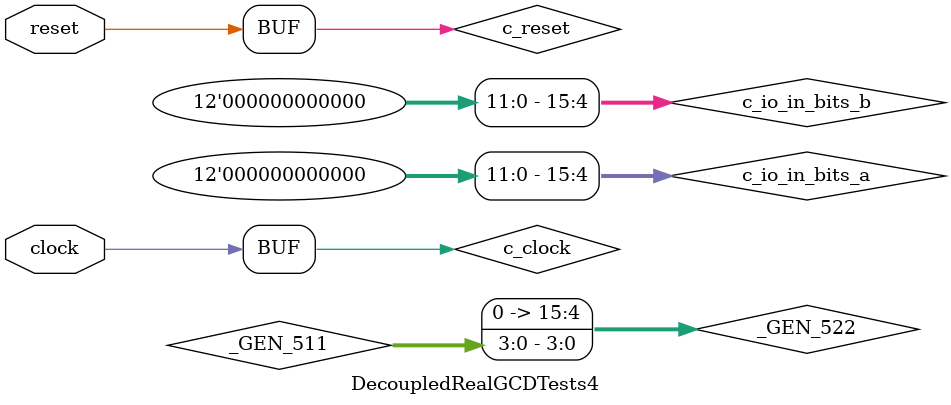
<source format=v>
module RealGCD(
  input         clock,
  input         reset,
  output        io_in_ready,
  input         io_in_valid,
  input  [15:0] io_in_bits_a,
  input  [15:0] io_in_bits_b,
  output        io_out_valid,
  output [15:0] io_out_bits
);
`ifdef RANDOMIZE_REG_INIT
  reg [31:0] _RAND_0;
  reg [31:0] _RAND_1;
  reg [31:0] _RAND_2;
  reg [31:0] _RAND_3;
`endif // RANDOMIZE_REG_INIT
  reg [15:0] x; // @[RealGCD.scala 37:14]
  reg [15:0] y; // @[RealGCD.scala 38:14]
  reg  p; // @[RealGCD.scala 39:18]
  reg [15:0] ti; // @[RealGCD.scala 41:19]
  wire [15:0] _T_21 = ti + 16'h1; // @[RealGCD.scala 42:12]
  wire  _T_23 = ~p; // @[RealGCD.scala 44:18]
  wire [15:0] _GEN_0 = io_in_valid & _T_23 ? io_in_bits_a : x; // @[RealGCD.scala 46:28 RealGCD.scala 47:7 RealGCD.scala 37:14]
  wire [15:0] _GEN_1 = io_in_valid & _T_23 ? io_in_bits_b : y; // @[RealGCD.scala 46:28 RealGCD.scala 48:7 RealGCD.scala 38:14]
  wire  _GEN_2 = io_in_valid & _T_23 | p; // @[RealGCD.scala 46:28 RealGCD.scala 49:7 RealGCD.scala 39:18]
  wire  _T_30 = ~(x > y); // @[RealGCD.scala 53:19]
  wire [15:0] _T_33 = y - x; // @[RealGCD.scala 54:30]
  assign io_in_ready = ~p; // @[RealGCD.scala 44:18]
  assign io_out_valid = y == 16'h0 & p; // @[RealGCD.scala 62:29]
  assign io_out_bits = x; // @[RealGCD.scala 61:16]
  always @(posedge clock) begin
    if (p) begin // @[RealGCD.scala 52:12]
      if (x > y) begin // @[RealGCD.scala 53:19]
        x <= y; // @[RealGCD.scala 53:23]
      end else begin
        x <= _GEN_0;
      end
    end else begin
      x <= _GEN_0;
    end
    if (p) begin // @[RealGCD.scala 52:12]
      if (_T_30) begin // @[RealGCD.scala 54:21]
        y <= _T_33; // @[RealGCD.scala 54:25]
      end else if (x > y) begin // @[RealGCD.scala 53:19]
        y <= x; // @[RealGCD.scala 53:31]
      end else begin
        y <= _GEN_1;
      end
    end else begin
      y <= _GEN_1;
    end
    if (reset) begin // @[RealGCD.scala 39:18]
      p <= 1'h0; // @[RealGCD.scala 39:18]
    end else if (io_out_valid) begin // @[RealGCD.scala 63:23]
      p <= 1'h0; // @[RealGCD.scala 64:7]
    end else begin
      p <= _GEN_2;
    end
    if (reset) begin // @[RealGCD.scala 41:19]
      ti <= 16'h0; // @[RealGCD.scala 41:19]
    end else begin
      ti <= _T_21; // @[RealGCD.scala 42:6]
    end
    `ifndef SYNTHESIS
    `ifdef PRINTF_COND
      if (`PRINTF_COND) begin
    `endif
        if (~reset) begin
          $fwrite(32'h80000002,
            "ti %d  x %d y %d  in_ready %d  in_valid %d  out %d  out_ready %d  out_valid %d==============\n",ti,x,y,
            io_in_ready,io_in_valid,io_out_bits,1'h0,io_out_valid); // @[RealGCD.scala 57:9]
        end
    `ifdef PRINTF_COND
      end
    `endif
    `endif // SYNTHESIS
  end
// Register and memory initialization
`ifdef RANDOMIZE_GARBAGE_ASSIGN
`define RANDOMIZE
`endif
`ifdef RANDOMIZE_INVALID_ASSIGN
`define RANDOMIZE
`endif
`ifdef RANDOMIZE_REG_INIT
`define RANDOMIZE
`endif
`ifdef RANDOMIZE_MEM_INIT
`define RANDOMIZE
`endif
`ifndef RANDOM
`define RANDOM $random
`endif
`ifdef RANDOMIZE_MEM_INIT
  integer initvar;
`endif
`ifndef SYNTHESIS
`ifdef FIRRTL_BEFORE_INITIAL
`FIRRTL_BEFORE_INITIAL
`endif
initial begin
  `ifdef RANDOMIZE
    `ifdef INIT_RANDOM
      `INIT_RANDOM
    `endif
    `ifndef VERILATOR
      `ifdef RANDOMIZE_DELAY
        #`RANDOMIZE_DELAY begin end
      `else
        #0.002 begin end
      `endif
    `endif
`ifdef RANDOMIZE_REG_INIT
  _RAND_0 = {1{`RANDOM}};
  x = _RAND_0[15:0];
  _RAND_1 = {1{`RANDOM}};
  y = _RAND_1[15:0];
  _RAND_2 = {1{`RANDOM}};
  p = _RAND_2[0:0];
  _RAND_3 = {1{`RANDOM}};
  ti = _RAND_3[15:0];
`endif // RANDOMIZE_REG_INIT
  `endif // RANDOMIZE
end // initial
`ifdef FIRRTL_AFTER_INITIAL
`FIRRTL_AFTER_INITIAL
`endif
`endif // SYNTHESIS
endmodule
module DecoupledRealGCDTests4(
  input   clock,
  input   reset
);
`ifdef RANDOMIZE_REG_INIT
  reg [31:0] _RAND_0;
  reg [31:0] _RAND_1;
  reg [31:0] _RAND_2;
  reg [31:0] _RAND_3;
  reg [31:0] _RAND_4;
  reg [31:0] _RAND_5;
  reg [31:0] _RAND_6;
`endif // RANDOMIZE_REG_INIT
  wire  c_clock; // @[RealGCD.scala 140:33]
  wire  c_reset; // @[RealGCD.scala 140:33]
  wire  c_io_in_ready; // @[RealGCD.scala 140:33]
  wire  c_io_in_valid; // @[RealGCD.scala 140:33]
  wire [15:0] c_io_in_bits_a; // @[RealGCD.scala 140:33]
  wire [15:0] c_io_in_bits_b; // @[RealGCD.scala 140:33]
  wire  c_io_out_valid; // @[RealGCD.scala 140:33]
  wire [15:0] c_io_out_bits; // @[RealGCD.scala 140:33]
  reg [8:0] _T_4; // @[OrderedDecoupledHWIOTester.scala 374:30]
  reg  _T_7; // @[OrderedDecoupledHWIOTester.scala 375:30]
  reg [8:0] _T_10; // @[OrderedDecoupledHWIOTester.scala 374:30]
  reg  _T_13; // @[OrderedDecoupledHWIOTester.scala 375:30]
  wire  _T_14 = _T_7 & _T_13; // @[OrderedDecoupledHWIOTester.scala 402:42]
  wire  _T_16 = ~reset; // @[OrderedDecoupledHWIOTester.scala 403:13]
  reg [11:0] _T_21; // @[OrderedDecoupledHWIOTester.scala 407:21]
  wire [11:0] _T_24 = _T_21 + 12'h1; // @[OrderedDecoupledHWIOTester.scala 408:14]
  wire  _T_26 = _T_21 > 12'hfa0; // @[OrderedDecoupledHWIOTester.scala 409:13]
  reg [6:0] value; // @[Counter.scala 17:33]
  wire [3:0] _GEN_10 = 7'ha == value ? 4'h2 : 4'h1; // @[OrderedDecoupledHWIOTester.scala 283:14 OrderedDecoupledHWIOTester.scala 283:14]
  wire [3:0] _GEN_11 = 7'hb == value ? 4'h2 : _GEN_10; // @[OrderedDecoupledHWIOTester.scala 283:14 OrderedDecoupledHWIOTester.scala 283:14]
  wire [3:0] _GEN_12 = 7'hc == value ? 4'h2 : _GEN_11; // @[OrderedDecoupledHWIOTester.scala 283:14 OrderedDecoupledHWIOTester.scala 283:14]
  wire [3:0] _GEN_13 = 7'hd == value ? 4'h2 : _GEN_12; // @[OrderedDecoupledHWIOTester.scala 283:14 OrderedDecoupledHWIOTester.scala 283:14]
  wire [3:0] _GEN_14 = 7'he == value ? 4'h2 : _GEN_13; // @[OrderedDecoupledHWIOTester.scala 283:14 OrderedDecoupledHWIOTester.scala 283:14]
  wire [3:0] _GEN_15 = 7'hf == value ? 4'h2 : _GEN_14; // @[OrderedDecoupledHWIOTester.scala 283:14 OrderedDecoupledHWIOTester.scala 283:14]
  wire [3:0] _GEN_16 = 7'h10 == value ? 4'h2 : _GEN_15; // @[OrderedDecoupledHWIOTester.scala 283:14 OrderedDecoupledHWIOTester.scala 283:14]
  wire [3:0] _GEN_17 = 7'h11 == value ? 4'h2 : _GEN_16; // @[OrderedDecoupledHWIOTester.scala 283:14 OrderedDecoupledHWIOTester.scala 283:14]
  wire [3:0] _GEN_18 = 7'h12 == value ? 4'h2 : _GEN_17; // @[OrderedDecoupledHWIOTester.scala 283:14 OrderedDecoupledHWIOTester.scala 283:14]
  wire [3:0] _GEN_19 = 7'h13 == value ? 4'h2 : _GEN_18; // @[OrderedDecoupledHWIOTester.scala 283:14 OrderedDecoupledHWIOTester.scala 283:14]
  wire [3:0] _GEN_20 = 7'h14 == value ? 4'h3 : _GEN_19; // @[OrderedDecoupledHWIOTester.scala 283:14 OrderedDecoupledHWIOTester.scala 283:14]
  wire [3:0] _GEN_21 = 7'h15 == value ? 4'h3 : _GEN_20; // @[OrderedDecoupledHWIOTester.scala 283:14 OrderedDecoupledHWIOTester.scala 283:14]
  wire [3:0] _GEN_22 = 7'h16 == value ? 4'h3 : _GEN_21; // @[OrderedDecoupledHWIOTester.scala 283:14 OrderedDecoupledHWIOTester.scala 283:14]
  wire [3:0] _GEN_23 = 7'h17 == value ? 4'h3 : _GEN_22; // @[OrderedDecoupledHWIOTester.scala 283:14 OrderedDecoupledHWIOTester.scala 283:14]
  wire [3:0] _GEN_24 = 7'h18 == value ? 4'h3 : _GEN_23; // @[OrderedDecoupledHWIOTester.scala 283:14 OrderedDecoupledHWIOTester.scala 283:14]
  wire [3:0] _GEN_25 = 7'h19 == value ? 4'h3 : _GEN_24; // @[OrderedDecoupledHWIOTester.scala 283:14 OrderedDecoupledHWIOTester.scala 283:14]
  wire [3:0] _GEN_26 = 7'h1a == value ? 4'h3 : _GEN_25; // @[OrderedDecoupledHWIOTester.scala 283:14 OrderedDecoupledHWIOTester.scala 283:14]
  wire [3:0] _GEN_27 = 7'h1b == value ? 4'h3 : _GEN_26; // @[OrderedDecoupledHWIOTester.scala 283:14 OrderedDecoupledHWIOTester.scala 283:14]
  wire [3:0] _GEN_28 = 7'h1c == value ? 4'h3 : _GEN_27; // @[OrderedDecoupledHWIOTester.scala 283:14 OrderedDecoupledHWIOTester.scala 283:14]
  wire [3:0] _GEN_29 = 7'h1d == value ? 4'h3 : _GEN_28; // @[OrderedDecoupledHWIOTester.scala 283:14 OrderedDecoupledHWIOTester.scala 283:14]
  wire [3:0] _GEN_30 = 7'h1e == value ? 4'h4 : _GEN_29; // @[OrderedDecoupledHWIOTester.scala 283:14 OrderedDecoupledHWIOTester.scala 283:14]
  wire [3:0] _GEN_31 = 7'h1f == value ? 4'h4 : _GEN_30; // @[OrderedDecoupledHWIOTester.scala 283:14 OrderedDecoupledHWIOTester.scala 283:14]
  wire [3:0] _GEN_32 = 7'h20 == value ? 4'h4 : _GEN_31; // @[OrderedDecoupledHWIOTester.scala 283:14 OrderedDecoupledHWIOTester.scala 283:14]
  wire [3:0] _GEN_33 = 7'h21 == value ? 4'h4 : _GEN_32; // @[OrderedDecoupledHWIOTester.scala 283:14 OrderedDecoupledHWIOTester.scala 283:14]
  wire [3:0] _GEN_34 = 7'h22 == value ? 4'h4 : _GEN_33; // @[OrderedDecoupledHWIOTester.scala 283:14 OrderedDecoupledHWIOTester.scala 283:14]
  wire [3:0] _GEN_35 = 7'h23 == value ? 4'h4 : _GEN_34; // @[OrderedDecoupledHWIOTester.scala 283:14 OrderedDecoupledHWIOTester.scala 283:14]
  wire [3:0] _GEN_36 = 7'h24 == value ? 4'h4 : _GEN_35; // @[OrderedDecoupledHWIOTester.scala 283:14 OrderedDecoupledHWIOTester.scala 283:14]
  wire [3:0] _GEN_37 = 7'h25 == value ? 4'h4 : _GEN_36; // @[OrderedDecoupledHWIOTester.scala 283:14 OrderedDecoupledHWIOTester.scala 283:14]
  wire [3:0] _GEN_38 = 7'h26 == value ? 4'h4 : _GEN_37; // @[OrderedDecoupledHWIOTester.scala 283:14 OrderedDecoupledHWIOTester.scala 283:14]
  wire [3:0] _GEN_39 = 7'h27 == value ? 4'h4 : _GEN_38; // @[OrderedDecoupledHWIOTester.scala 283:14 OrderedDecoupledHWIOTester.scala 283:14]
  wire [3:0] _GEN_40 = 7'h28 == value ? 4'h5 : _GEN_39; // @[OrderedDecoupledHWIOTester.scala 283:14 OrderedDecoupledHWIOTester.scala 283:14]
  wire [3:0] _GEN_41 = 7'h29 == value ? 4'h5 : _GEN_40; // @[OrderedDecoupledHWIOTester.scala 283:14 OrderedDecoupledHWIOTester.scala 283:14]
  wire [3:0] _GEN_42 = 7'h2a == value ? 4'h5 : _GEN_41; // @[OrderedDecoupledHWIOTester.scala 283:14 OrderedDecoupledHWIOTester.scala 283:14]
  wire [3:0] _GEN_43 = 7'h2b == value ? 4'h5 : _GEN_42; // @[OrderedDecoupledHWIOTester.scala 283:14 OrderedDecoupledHWIOTester.scala 283:14]
  wire [3:0] _GEN_44 = 7'h2c == value ? 4'h5 : _GEN_43; // @[OrderedDecoupledHWIOTester.scala 283:14 OrderedDecoupledHWIOTester.scala 283:14]
  wire [3:0] _GEN_45 = 7'h2d == value ? 4'h5 : _GEN_44; // @[OrderedDecoupledHWIOTester.scala 283:14 OrderedDecoupledHWIOTester.scala 283:14]
  wire [3:0] _GEN_46 = 7'h2e == value ? 4'h5 : _GEN_45; // @[OrderedDecoupledHWIOTester.scala 283:14 OrderedDecoupledHWIOTester.scala 283:14]
  wire [3:0] _GEN_47 = 7'h2f == value ? 4'h5 : _GEN_46; // @[OrderedDecoupledHWIOTester.scala 283:14 OrderedDecoupledHWIOTester.scala 283:14]
  wire [3:0] _GEN_48 = 7'h30 == value ? 4'h5 : _GEN_47; // @[OrderedDecoupledHWIOTester.scala 283:14 OrderedDecoupledHWIOTester.scala 283:14]
  wire [3:0] _GEN_49 = 7'h31 == value ? 4'h5 : _GEN_48; // @[OrderedDecoupledHWIOTester.scala 283:14 OrderedDecoupledHWIOTester.scala 283:14]
  wire [3:0] _GEN_50 = 7'h32 == value ? 4'h6 : _GEN_49; // @[OrderedDecoupledHWIOTester.scala 283:14 OrderedDecoupledHWIOTester.scala 283:14]
  wire [3:0] _GEN_51 = 7'h33 == value ? 4'h6 : _GEN_50; // @[OrderedDecoupledHWIOTester.scala 283:14 OrderedDecoupledHWIOTester.scala 283:14]
  wire [3:0] _GEN_52 = 7'h34 == value ? 4'h6 : _GEN_51; // @[OrderedDecoupledHWIOTester.scala 283:14 OrderedDecoupledHWIOTester.scala 283:14]
  wire [3:0] _GEN_53 = 7'h35 == value ? 4'h6 : _GEN_52; // @[OrderedDecoupledHWIOTester.scala 283:14 OrderedDecoupledHWIOTester.scala 283:14]
  wire [3:0] _GEN_54 = 7'h36 == value ? 4'h6 : _GEN_53; // @[OrderedDecoupledHWIOTester.scala 283:14 OrderedDecoupledHWIOTester.scala 283:14]
  wire [3:0] _GEN_55 = 7'h37 == value ? 4'h6 : _GEN_54; // @[OrderedDecoupledHWIOTester.scala 283:14 OrderedDecoupledHWIOTester.scala 283:14]
  wire [3:0] _GEN_56 = 7'h38 == value ? 4'h6 : _GEN_55; // @[OrderedDecoupledHWIOTester.scala 283:14 OrderedDecoupledHWIOTester.scala 283:14]
  wire [3:0] _GEN_57 = 7'h39 == value ? 4'h6 : _GEN_56; // @[OrderedDecoupledHWIOTester.scala 283:14 OrderedDecoupledHWIOTester.scala 283:14]
  wire [3:0] _GEN_58 = 7'h3a == value ? 4'h6 : _GEN_57; // @[OrderedDecoupledHWIOTester.scala 283:14 OrderedDecoupledHWIOTester.scala 283:14]
  wire [3:0] _GEN_59 = 7'h3b == value ? 4'h6 : _GEN_58; // @[OrderedDecoupledHWIOTester.scala 283:14 OrderedDecoupledHWIOTester.scala 283:14]
  wire [3:0] _GEN_60 = 7'h3c == value ? 4'h7 : _GEN_59; // @[OrderedDecoupledHWIOTester.scala 283:14 OrderedDecoupledHWIOTester.scala 283:14]
  wire [3:0] _GEN_61 = 7'h3d == value ? 4'h7 : _GEN_60; // @[OrderedDecoupledHWIOTester.scala 283:14 OrderedDecoupledHWIOTester.scala 283:14]
  wire [3:0] _GEN_62 = 7'h3e == value ? 4'h7 : _GEN_61; // @[OrderedDecoupledHWIOTester.scala 283:14 OrderedDecoupledHWIOTester.scala 283:14]
  wire [3:0] _GEN_63 = 7'h3f == value ? 4'h7 : _GEN_62; // @[OrderedDecoupledHWIOTester.scala 283:14 OrderedDecoupledHWIOTester.scala 283:14]
  wire [3:0] _GEN_64 = 7'h40 == value ? 4'h7 : _GEN_63; // @[OrderedDecoupledHWIOTester.scala 283:14 OrderedDecoupledHWIOTester.scala 283:14]
  wire [3:0] _GEN_65 = 7'h41 == value ? 4'h7 : _GEN_64; // @[OrderedDecoupledHWIOTester.scala 283:14 OrderedDecoupledHWIOTester.scala 283:14]
  wire [3:0] _GEN_66 = 7'h42 == value ? 4'h7 : _GEN_65; // @[OrderedDecoupledHWIOTester.scala 283:14 OrderedDecoupledHWIOTester.scala 283:14]
  wire [3:0] _GEN_67 = 7'h43 == value ? 4'h7 : _GEN_66; // @[OrderedDecoupledHWIOTester.scala 283:14 OrderedDecoupledHWIOTester.scala 283:14]
  wire [3:0] _GEN_68 = 7'h44 == value ? 4'h7 : _GEN_67; // @[OrderedDecoupledHWIOTester.scala 283:14 OrderedDecoupledHWIOTester.scala 283:14]
  wire [3:0] _GEN_69 = 7'h45 == value ? 4'h7 : _GEN_68; // @[OrderedDecoupledHWIOTester.scala 283:14 OrderedDecoupledHWIOTester.scala 283:14]
  wire [3:0] _GEN_70 = 7'h46 == value ? 4'h8 : _GEN_69; // @[OrderedDecoupledHWIOTester.scala 283:14 OrderedDecoupledHWIOTester.scala 283:14]
  wire [3:0] _GEN_71 = 7'h47 == value ? 4'h8 : _GEN_70; // @[OrderedDecoupledHWIOTester.scala 283:14 OrderedDecoupledHWIOTester.scala 283:14]
  wire [3:0] _GEN_72 = 7'h48 == value ? 4'h8 : _GEN_71; // @[OrderedDecoupledHWIOTester.scala 283:14 OrderedDecoupledHWIOTester.scala 283:14]
  wire [3:0] _GEN_73 = 7'h49 == value ? 4'h8 : _GEN_72; // @[OrderedDecoupledHWIOTester.scala 283:14 OrderedDecoupledHWIOTester.scala 283:14]
  wire [3:0] _GEN_74 = 7'h4a == value ? 4'h8 : _GEN_73; // @[OrderedDecoupledHWIOTester.scala 283:14 OrderedDecoupledHWIOTester.scala 283:14]
  wire [3:0] _GEN_75 = 7'h4b == value ? 4'h8 : _GEN_74; // @[OrderedDecoupledHWIOTester.scala 283:14 OrderedDecoupledHWIOTester.scala 283:14]
  wire [3:0] _GEN_76 = 7'h4c == value ? 4'h8 : _GEN_75; // @[OrderedDecoupledHWIOTester.scala 283:14 OrderedDecoupledHWIOTester.scala 283:14]
  wire [3:0] _GEN_77 = 7'h4d == value ? 4'h8 : _GEN_76; // @[OrderedDecoupledHWIOTester.scala 283:14 OrderedDecoupledHWIOTester.scala 283:14]
  wire [3:0] _GEN_78 = 7'h4e == value ? 4'h8 : _GEN_77; // @[OrderedDecoupledHWIOTester.scala 283:14 OrderedDecoupledHWIOTester.scala 283:14]
  wire [3:0] _GEN_79 = 7'h4f == value ? 4'h8 : _GEN_78; // @[OrderedDecoupledHWIOTester.scala 283:14 OrderedDecoupledHWIOTester.scala 283:14]
  wire [3:0] _GEN_80 = 7'h50 == value ? 4'h9 : _GEN_79; // @[OrderedDecoupledHWIOTester.scala 283:14 OrderedDecoupledHWIOTester.scala 283:14]
  wire [3:0] _GEN_81 = 7'h51 == value ? 4'h9 : _GEN_80; // @[OrderedDecoupledHWIOTester.scala 283:14 OrderedDecoupledHWIOTester.scala 283:14]
  wire [3:0] _GEN_82 = 7'h52 == value ? 4'h9 : _GEN_81; // @[OrderedDecoupledHWIOTester.scala 283:14 OrderedDecoupledHWIOTester.scala 283:14]
  wire [3:0] _GEN_83 = 7'h53 == value ? 4'h9 : _GEN_82; // @[OrderedDecoupledHWIOTester.scala 283:14 OrderedDecoupledHWIOTester.scala 283:14]
  wire [3:0] _GEN_84 = 7'h54 == value ? 4'h9 : _GEN_83; // @[OrderedDecoupledHWIOTester.scala 283:14 OrderedDecoupledHWIOTester.scala 283:14]
  wire [3:0] _GEN_85 = 7'h55 == value ? 4'h9 : _GEN_84; // @[OrderedDecoupledHWIOTester.scala 283:14 OrderedDecoupledHWIOTester.scala 283:14]
  wire [3:0] _GEN_86 = 7'h56 == value ? 4'h9 : _GEN_85; // @[OrderedDecoupledHWIOTester.scala 283:14 OrderedDecoupledHWIOTester.scala 283:14]
  wire [3:0] _GEN_87 = 7'h57 == value ? 4'h9 : _GEN_86; // @[OrderedDecoupledHWIOTester.scala 283:14 OrderedDecoupledHWIOTester.scala 283:14]
  wire [3:0] _GEN_88 = 7'h58 == value ? 4'h9 : _GEN_87; // @[OrderedDecoupledHWIOTester.scala 283:14 OrderedDecoupledHWIOTester.scala 283:14]
  wire [3:0] _GEN_89 = 7'h59 == value ? 4'h9 : _GEN_88; // @[OrderedDecoupledHWIOTester.scala 283:14 OrderedDecoupledHWIOTester.scala 283:14]
  wire [3:0] _GEN_90 = 7'h5a == value ? 4'ha : _GEN_89; // @[OrderedDecoupledHWIOTester.scala 283:14 OrderedDecoupledHWIOTester.scala 283:14]
  wire [3:0] _GEN_91 = 7'h5b == value ? 4'ha : _GEN_90; // @[OrderedDecoupledHWIOTester.scala 283:14 OrderedDecoupledHWIOTester.scala 283:14]
  wire [3:0] _GEN_92 = 7'h5c == value ? 4'ha : _GEN_91; // @[OrderedDecoupledHWIOTester.scala 283:14 OrderedDecoupledHWIOTester.scala 283:14]
  wire [3:0] _GEN_93 = 7'h5d == value ? 4'ha : _GEN_92; // @[OrderedDecoupledHWIOTester.scala 283:14 OrderedDecoupledHWIOTester.scala 283:14]
  wire [3:0] _GEN_94 = 7'h5e == value ? 4'ha : _GEN_93; // @[OrderedDecoupledHWIOTester.scala 283:14 OrderedDecoupledHWIOTester.scala 283:14]
  wire [3:0] _GEN_95 = 7'h5f == value ? 4'ha : _GEN_94; // @[OrderedDecoupledHWIOTester.scala 283:14 OrderedDecoupledHWIOTester.scala 283:14]
  wire [3:0] _GEN_96 = 7'h60 == value ? 4'ha : _GEN_95; // @[OrderedDecoupledHWIOTester.scala 283:14 OrderedDecoupledHWIOTester.scala 283:14]
  wire [3:0] _GEN_97 = 7'h61 == value ? 4'ha : _GEN_96; // @[OrderedDecoupledHWIOTester.scala 283:14 OrderedDecoupledHWIOTester.scala 283:14]
  wire [3:0] _GEN_98 = 7'h62 == value ? 4'ha : _GEN_97; // @[OrderedDecoupledHWIOTester.scala 283:14 OrderedDecoupledHWIOTester.scala 283:14]
  wire [3:0] _GEN_99 = 7'h63 == value ? 4'ha : _GEN_98; // @[OrderedDecoupledHWIOTester.scala 283:14 OrderedDecoupledHWIOTester.scala 283:14]
  wire [3:0] _GEN_100 = 7'h64 == value ? 4'h0 : _GEN_99; // @[OrderedDecoupledHWIOTester.scala 283:14 OrderedDecoupledHWIOTester.scala 283:14]
  wire [3:0] _GEN_102 = 7'h1 == value ? 4'h2 : 4'h1; // @[OrderedDecoupledHWIOTester.scala 283:14 OrderedDecoupledHWIOTester.scala 283:14]
  wire [3:0] _GEN_103 = 7'h2 == value ? 4'h3 : _GEN_102; // @[OrderedDecoupledHWIOTester.scala 283:14 OrderedDecoupledHWIOTester.scala 283:14]
  wire [3:0] _GEN_104 = 7'h3 == value ? 4'h4 : _GEN_103; // @[OrderedDecoupledHWIOTester.scala 283:14 OrderedDecoupledHWIOTester.scala 283:14]
  wire [3:0] _GEN_105 = 7'h4 == value ? 4'h5 : _GEN_104; // @[OrderedDecoupledHWIOTester.scala 283:14 OrderedDecoupledHWIOTester.scala 283:14]
  wire [3:0] _GEN_106 = 7'h5 == value ? 4'h6 : _GEN_105; // @[OrderedDecoupledHWIOTester.scala 283:14 OrderedDecoupledHWIOTester.scala 283:14]
  wire [3:0] _GEN_107 = 7'h6 == value ? 4'h7 : _GEN_106; // @[OrderedDecoupledHWIOTester.scala 283:14 OrderedDecoupledHWIOTester.scala 283:14]
  wire [3:0] _GEN_108 = 7'h7 == value ? 4'h8 : _GEN_107; // @[OrderedDecoupledHWIOTester.scala 283:14 OrderedDecoupledHWIOTester.scala 283:14]
  wire [3:0] _GEN_109 = 7'h8 == value ? 4'h9 : _GEN_108; // @[OrderedDecoupledHWIOTester.scala 283:14 OrderedDecoupledHWIOTester.scala 283:14]
  wire [3:0] _GEN_110 = 7'h9 == value ? 4'ha : _GEN_109; // @[OrderedDecoupledHWIOTester.scala 283:14 OrderedDecoupledHWIOTester.scala 283:14]
  wire [3:0] _GEN_111 = 7'ha == value ? 4'h1 : _GEN_110; // @[OrderedDecoupledHWIOTester.scala 283:14 OrderedDecoupledHWIOTester.scala 283:14]
  wire [3:0] _GEN_112 = 7'hb == value ? 4'h2 : _GEN_111; // @[OrderedDecoupledHWIOTester.scala 283:14 OrderedDecoupledHWIOTester.scala 283:14]
  wire [3:0] _GEN_113 = 7'hc == value ? 4'h3 : _GEN_112; // @[OrderedDecoupledHWIOTester.scala 283:14 OrderedDecoupledHWIOTester.scala 283:14]
  wire [3:0] _GEN_114 = 7'hd == value ? 4'h4 : _GEN_113; // @[OrderedDecoupledHWIOTester.scala 283:14 OrderedDecoupledHWIOTester.scala 283:14]
  wire [3:0] _GEN_115 = 7'he == value ? 4'h5 : _GEN_114; // @[OrderedDecoupledHWIOTester.scala 283:14 OrderedDecoupledHWIOTester.scala 283:14]
  wire [3:0] _GEN_116 = 7'hf == value ? 4'h6 : _GEN_115; // @[OrderedDecoupledHWIOTester.scala 283:14 OrderedDecoupledHWIOTester.scala 283:14]
  wire [3:0] _GEN_117 = 7'h10 == value ? 4'h7 : _GEN_116; // @[OrderedDecoupledHWIOTester.scala 283:14 OrderedDecoupledHWIOTester.scala 283:14]
  wire [3:0] _GEN_118 = 7'h11 == value ? 4'h8 : _GEN_117; // @[OrderedDecoupledHWIOTester.scala 283:14 OrderedDecoupledHWIOTester.scala 283:14]
  wire [3:0] _GEN_119 = 7'h12 == value ? 4'h9 : _GEN_118; // @[OrderedDecoupledHWIOTester.scala 283:14 OrderedDecoupledHWIOTester.scala 283:14]
  wire [3:0] _GEN_120 = 7'h13 == value ? 4'ha : _GEN_119; // @[OrderedDecoupledHWIOTester.scala 283:14 OrderedDecoupledHWIOTester.scala 283:14]
  wire [3:0] _GEN_121 = 7'h14 == value ? 4'h1 : _GEN_120; // @[OrderedDecoupledHWIOTester.scala 283:14 OrderedDecoupledHWIOTester.scala 283:14]
  wire [3:0] _GEN_122 = 7'h15 == value ? 4'h2 : _GEN_121; // @[OrderedDecoupledHWIOTester.scala 283:14 OrderedDecoupledHWIOTester.scala 283:14]
  wire [3:0] _GEN_123 = 7'h16 == value ? 4'h3 : _GEN_122; // @[OrderedDecoupledHWIOTester.scala 283:14 OrderedDecoupledHWIOTester.scala 283:14]
  wire [3:0] _GEN_124 = 7'h17 == value ? 4'h4 : _GEN_123; // @[OrderedDecoupledHWIOTester.scala 283:14 OrderedDecoupledHWIOTester.scala 283:14]
  wire [3:0] _GEN_125 = 7'h18 == value ? 4'h5 : _GEN_124; // @[OrderedDecoupledHWIOTester.scala 283:14 OrderedDecoupledHWIOTester.scala 283:14]
  wire [3:0] _GEN_126 = 7'h19 == value ? 4'h6 : _GEN_125; // @[OrderedDecoupledHWIOTester.scala 283:14 OrderedDecoupledHWIOTester.scala 283:14]
  wire [3:0] _GEN_127 = 7'h1a == value ? 4'h7 : _GEN_126; // @[OrderedDecoupledHWIOTester.scala 283:14 OrderedDecoupledHWIOTester.scala 283:14]
  wire [3:0] _GEN_128 = 7'h1b == value ? 4'h8 : _GEN_127; // @[OrderedDecoupledHWIOTester.scala 283:14 OrderedDecoupledHWIOTester.scala 283:14]
  wire [3:0] _GEN_129 = 7'h1c == value ? 4'h9 : _GEN_128; // @[OrderedDecoupledHWIOTester.scala 283:14 OrderedDecoupledHWIOTester.scala 283:14]
  wire [3:0] _GEN_130 = 7'h1d == value ? 4'ha : _GEN_129; // @[OrderedDecoupledHWIOTester.scala 283:14 OrderedDecoupledHWIOTester.scala 283:14]
  wire [3:0] _GEN_131 = 7'h1e == value ? 4'h1 : _GEN_130; // @[OrderedDecoupledHWIOTester.scala 283:14 OrderedDecoupledHWIOTester.scala 283:14]
  wire [3:0] _GEN_132 = 7'h1f == value ? 4'h2 : _GEN_131; // @[OrderedDecoupledHWIOTester.scala 283:14 OrderedDecoupledHWIOTester.scala 283:14]
  wire [3:0] _GEN_133 = 7'h20 == value ? 4'h3 : _GEN_132; // @[OrderedDecoupledHWIOTester.scala 283:14 OrderedDecoupledHWIOTester.scala 283:14]
  wire [3:0] _GEN_134 = 7'h21 == value ? 4'h4 : _GEN_133; // @[OrderedDecoupledHWIOTester.scala 283:14 OrderedDecoupledHWIOTester.scala 283:14]
  wire [3:0] _GEN_135 = 7'h22 == value ? 4'h5 : _GEN_134; // @[OrderedDecoupledHWIOTester.scala 283:14 OrderedDecoupledHWIOTester.scala 283:14]
  wire [3:0] _GEN_136 = 7'h23 == value ? 4'h6 : _GEN_135; // @[OrderedDecoupledHWIOTester.scala 283:14 OrderedDecoupledHWIOTester.scala 283:14]
  wire [3:0] _GEN_137 = 7'h24 == value ? 4'h7 : _GEN_136; // @[OrderedDecoupledHWIOTester.scala 283:14 OrderedDecoupledHWIOTester.scala 283:14]
  wire [3:0] _GEN_138 = 7'h25 == value ? 4'h8 : _GEN_137; // @[OrderedDecoupledHWIOTester.scala 283:14 OrderedDecoupledHWIOTester.scala 283:14]
  wire [3:0] _GEN_139 = 7'h26 == value ? 4'h9 : _GEN_138; // @[OrderedDecoupledHWIOTester.scala 283:14 OrderedDecoupledHWIOTester.scala 283:14]
  wire [3:0] _GEN_140 = 7'h27 == value ? 4'ha : _GEN_139; // @[OrderedDecoupledHWIOTester.scala 283:14 OrderedDecoupledHWIOTester.scala 283:14]
  wire [3:0] _GEN_141 = 7'h28 == value ? 4'h1 : _GEN_140; // @[OrderedDecoupledHWIOTester.scala 283:14 OrderedDecoupledHWIOTester.scala 283:14]
  wire [3:0] _GEN_142 = 7'h29 == value ? 4'h2 : _GEN_141; // @[OrderedDecoupledHWIOTester.scala 283:14 OrderedDecoupledHWIOTester.scala 283:14]
  wire [3:0] _GEN_143 = 7'h2a == value ? 4'h3 : _GEN_142; // @[OrderedDecoupledHWIOTester.scala 283:14 OrderedDecoupledHWIOTester.scala 283:14]
  wire [3:0] _GEN_144 = 7'h2b == value ? 4'h4 : _GEN_143; // @[OrderedDecoupledHWIOTester.scala 283:14 OrderedDecoupledHWIOTester.scala 283:14]
  wire [3:0] _GEN_145 = 7'h2c == value ? 4'h5 : _GEN_144; // @[OrderedDecoupledHWIOTester.scala 283:14 OrderedDecoupledHWIOTester.scala 283:14]
  wire [3:0] _GEN_146 = 7'h2d == value ? 4'h6 : _GEN_145; // @[OrderedDecoupledHWIOTester.scala 283:14 OrderedDecoupledHWIOTester.scala 283:14]
  wire [3:0] _GEN_147 = 7'h2e == value ? 4'h7 : _GEN_146; // @[OrderedDecoupledHWIOTester.scala 283:14 OrderedDecoupledHWIOTester.scala 283:14]
  wire [3:0] _GEN_148 = 7'h2f == value ? 4'h8 : _GEN_147; // @[OrderedDecoupledHWIOTester.scala 283:14 OrderedDecoupledHWIOTester.scala 283:14]
  wire [3:0] _GEN_149 = 7'h30 == value ? 4'h9 : _GEN_148; // @[OrderedDecoupledHWIOTester.scala 283:14 OrderedDecoupledHWIOTester.scala 283:14]
  wire [3:0] _GEN_150 = 7'h31 == value ? 4'ha : _GEN_149; // @[OrderedDecoupledHWIOTester.scala 283:14 OrderedDecoupledHWIOTester.scala 283:14]
  wire [3:0] _GEN_151 = 7'h32 == value ? 4'h1 : _GEN_150; // @[OrderedDecoupledHWIOTester.scala 283:14 OrderedDecoupledHWIOTester.scala 283:14]
  wire [3:0] _GEN_152 = 7'h33 == value ? 4'h2 : _GEN_151; // @[OrderedDecoupledHWIOTester.scala 283:14 OrderedDecoupledHWIOTester.scala 283:14]
  wire [3:0] _GEN_153 = 7'h34 == value ? 4'h3 : _GEN_152; // @[OrderedDecoupledHWIOTester.scala 283:14 OrderedDecoupledHWIOTester.scala 283:14]
  wire [3:0] _GEN_154 = 7'h35 == value ? 4'h4 : _GEN_153; // @[OrderedDecoupledHWIOTester.scala 283:14 OrderedDecoupledHWIOTester.scala 283:14]
  wire [3:0] _GEN_155 = 7'h36 == value ? 4'h5 : _GEN_154; // @[OrderedDecoupledHWIOTester.scala 283:14 OrderedDecoupledHWIOTester.scala 283:14]
  wire [3:0] _GEN_156 = 7'h37 == value ? 4'h6 : _GEN_155; // @[OrderedDecoupledHWIOTester.scala 283:14 OrderedDecoupledHWIOTester.scala 283:14]
  wire [3:0] _GEN_157 = 7'h38 == value ? 4'h7 : _GEN_156; // @[OrderedDecoupledHWIOTester.scala 283:14 OrderedDecoupledHWIOTester.scala 283:14]
  wire [3:0] _GEN_158 = 7'h39 == value ? 4'h8 : _GEN_157; // @[OrderedDecoupledHWIOTester.scala 283:14 OrderedDecoupledHWIOTester.scala 283:14]
  wire [3:0] _GEN_159 = 7'h3a == value ? 4'h9 : _GEN_158; // @[OrderedDecoupledHWIOTester.scala 283:14 OrderedDecoupledHWIOTester.scala 283:14]
  wire [3:0] _GEN_160 = 7'h3b == value ? 4'ha : _GEN_159; // @[OrderedDecoupledHWIOTester.scala 283:14 OrderedDecoupledHWIOTester.scala 283:14]
  wire [3:0] _GEN_161 = 7'h3c == value ? 4'h1 : _GEN_160; // @[OrderedDecoupledHWIOTester.scala 283:14 OrderedDecoupledHWIOTester.scala 283:14]
  wire [3:0] _GEN_162 = 7'h3d == value ? 4'h2 : _GEN_161; // @[OrderedDecoupledHWIOTester.scala 283:14 OrderedDecoupledHWIOTester.scala 283:14]
  wire [3:0] _GEN_163 = 7'h3e == value ? 4'h3 : _GEN_162; // @[OrderedDecoupledHWIOTester.scala 283:14 OrderedDecoupledHWIOTester.scala 283:14]
  wire [3:0] _GEN_164 = 7'h3f == value ? 4'h4 : _GEN_163; // @[OrderedDecoupledHWIOTester.scala 283:14 OrderedDecoupledHWIOTester.scala 283:14]
  wire [3:0] _GEN_165 = 7'h40 == value ? 4'h5 : _GEN_164; // @[OrderedDecoupledHWIOTester.scala 283:14 OrderedDecoupledHWIOTester.scala 283:14]
  wire [3:0] _GEN_166 = 7'h41 == value ? 4'h6 : _GEN_165; // @[OrderedDecoupledHWIOTester.scala 283:14 OrderedDecoupledHWIOTester.scala 283:14]
  wire [3:0] _GEN_167 = 7'h42 == value ? 4'h7 : _GEN_166; // @[OrderedDecoupledHWIOTester.scala 283:14 OrderedDecoupledHWIOTester.scala 283:14]
  wire [3:0] _GEN_168 = 7'h43 == value ? 4'h8 : _GEN_167; // @[OrderedDecoupledHWIOTester.scala 283:14 OrderedDecoupledHWIOTester.scala 283:14]
  wire [3:0] _GEN_169 = 7'h44 == value ? 4'h9 : _GEN_168; // @[OrderedDecoupledHWIOTester.scala 283:14 OrderedDecoupledHWIOTester.scala 283:14]
  wire [3:0] _GEN_170 = 7'h45 == value ? 4'ha : _GEN_169; // @[OrderedDecoupledHWIOTester.scala 283:14 OrderedDecoupledHWIOTester.scala 283:14]
  wire [3:0] _GEN_171 = 7'h46 == value ? 4'h1 : _GEN_170; // @[OrderedDecoupledHWIOTester.scala 283:14 OrderedDecoupledHWIOTester.scala 283:14]
  wire [3:0] _GEN_172 = 7'h47 == value ? 4'h2 : _GEN_171; // @[OrderedDecoupledHWIOTester.scala 283:14 OrderedDecoupledHWIOTester.scala 283:14]
  wire [3:0] _GEN_173 = 7'h48 == value ? 4'h3 : _GEN_172; // @[OrderedDecoupledHWIOTester.scala 283:14 OrderedDecoupledHWIOTester.scala 283:14]
  wire [3:0] _GEN_174 = 7'h49 == value ? 4'h4 : _GEN_173; // @[OrderedDecoupledHWIOTester.scala 283:14 OrderedDecoupledHWIOTester.scala 283:14]
  wire [3:0] _GEN_175 = 7'h4a == value ? 4'h5 : _GEN_174; // @[OrderedDecoupledHWIOTester.scala 283:14 OrderedDecoupledHWIOTester.scala 283:14]
  wire [3:0] _GEN_176 = 7'h4b == value ? 4'h6 : _GEN_175; // @[OrderedDecoupledHWIOTester.scala 283:14 OrderedDecoupledHWIOTester.scala 283:14]
  wire [3:0] _GEN_177 = 7'h4c == value ? 4'h7 : _GEN_176; // @[OrderedDecoupledHWIOTester.scala 283:14 OrderedDecoupledHWIOTester.scala 283:14]
  wire [3:0] _GEN_178 = 7'h4d == value ? 4'h8 : _GEN_177; // @[OrderedDecoupledHWIOTester.scala 283:14 OrderedDecoupledHWIOTester.scala 283:14]
  wire [3:0] _GEN_179 = 7'h4e == value ? 4'h9 : _GEN_178; // @[OrderedDecoupledHWIOTester.scala 283:14 OrderedDecoupledHWIOTester.scala 283:14]
  wire [3:0] _GEN_180 = 7'h4f == value ? 4'ha : _GEN_179; // @[OrderedDecoupledHWIOTester.scala 283:14 OrderedDecoupledHWIOTester.scala 283:14]
  wire [3:0] _GEN_181 = 7'h50 == value ? 4'h1 : _GEN_180; // @[OrderedDecoupledHWIOTester.scala 283:14 OrderedDecoupledHWIOTester.scala 283:14]
  wire [3:0] _GEN_182 = 7'h51 == value ? 4'h2 : _GEN_181; // @[OrderedDecoupledHWIOTester.scala 283:14 OrderedDecoupledHWIOTester.scala 283:14]
  wire [3:0] _GEN_183 = 7'h52 == value ? 4'h3 : _GEN_182; // @[OrderedDecoupledHWIOTester.scala 283:14 OrderedDecoupledHWIOTester.scala 283:14]
  wire [3:0] _GEN_184 = 7'h53 == value ? 4'h4 : _GEN_183; // @[OrderedDecoupledHWIOTester.scala 283:14 OrderedDecoupledHWIOTester.scala 283:14]
  wire [3:0] _GEN_185 = 7'h54 == value ? 4'h5 : _GEN_184; // @[OrderedDecoupledHWIOTester.scala 283:14 OrderedDecoupledHWIOTester.scala 283:14]
  wire [3:0] _GEN_186 = 7'h55 == value ? 4'h6 : _GEN_185; // @[OrderedDecoupledHWIOTester.scala 283:14 OrderedDecoupledHWIOTester.scala 283:14]
  wire [3:0] _GEN_187 = 7'h56 == value ? 4'h7 : _GEN_186; // @[OrderedDecoupledHWIOTester.scala 283:14 OrderedDecoupledHWIOTester.scala 283:14]
  wire [3:0] _GEN_188 = 7'h57 == value ? 4'h8 : _GEN_187; // @[OrderedDecoupledHWIOTester.scala 283:14 OrderedDecoupledHWIOTester.scala 283:14]
  wire [3:0] _GEN_189 = 7'h58 == value ? 4'h9 : _GEN_188; // @[OrderedDecoupledHWIOTester.scala 283:14 OrderedDecoupledHWIOTester.scala 283:14]
  wire [3:0] _GEN_190 = 7'h59 == value ? 4'ha : _GEN_189; // @[OrderedDecoupledHWIOTester.scala 283:14 OrderedDecoupledHWIOTester.scala 283:14]
  wire [3:0] _GEN_191 = 7'h5a == value ? 4'h1 : _GEN_190; // @[OrderedDecoupledHWIOTester.scala 283:14 OrderedDecoupledHWIOTester.scala 283:14]
  wire [3:0] _GEN_192 = 7'h5b == value ? 4'h2 : _GEN_191; // @[OrderedDecoupledHWIOTester.scala 283:14 OrderedDecoupledHWIOTester.scala 283:14]
  wire [3:0] _GEN_193 = 7'h5c == value ? 4'h3 : _GEN_192; // @[OrderedDecoupledHWIOTester.scala 283:14 OrderedDecoupledHWIOTester.scala 283:14]
  wire [3:0] _GEN_194 = 7'h5d == value ? 4'h4 : _GEN_193; // @[OrderedDecoupledHWIOTester.scala 283:14 OrderedDecoupledHWIOTester.scala 283:14]
  wire [3:0] _GEN_195 = 7'h5e == value ? 4'h5 : _GEN_194; // @[OrderedDecoupledHWIOTester.scala 283:14 OrderedDecoupledHWIOTester.scala 283:14]
  wire [3:0] _GEN_196 = 7'h5f == value ? 4'h6 : _GEN_195; // @[OrderedDecoupledHWIOTester.scala 283:14 OrderedDecoupledHWIOTester.scala 283:14]
  wire [3:0] _GEN_197 = 7'h60 == value ? 4'h7 : _GEN_196; // @[OrderedDecoupledHWIOTester.scala 283:14 OrderedDecoupledHWIOTester.scala 283:14]
  wire [3:0] _GEN_198 = 7'h61 == value ? 4'h8 : _GEN_197; // @[OrderedDecoupledHWIOTester.scala 283:14 OrderedDecoupledHWIOTester.scala 283:14]
  wire [3:0] _GEN_199 = 7'h62 == value ? 4'h9 : _GEN_198; // @[OrderedDecoupledHWIOTester.scala 283:14 OrderedDecoupledHWIOTester.scala 283:14]
  wire [3:0] _GEN_200 = 7'h63 == value ? 4'ha : _GEN_199; // @[OrderedDecoupledHWIOTester.scala 283:14 OrderedDecoupledHWIOTester.scala 283:14]
  wire [3:0] _GEN_201 = 7'h64 == value ? 4'h0 : _GEN_200; // @[OrderedDecoupledHWIOTester.scala 283:14 OrderedDecoupledHWIOTester.scala 283:14]
  wire  _T_661 = value == 7'h63; // @[Counter.scala 25:24]
  wire [6:0] _T_664 = value + 7'h1; // @[Counter.scala 26:22]
  wire  _GEN_304 = _T_4 == 9'h63 | _T_7; // @[OrderedDecoupledHWIOTester.scala 381:48 OrderedDecoupledHWIOTester.scala 382:23 OrderedDecoupledHWIOTester.scala 375:30]
  wire [8:0] _T_673 = _T_4 + 9'h1; // @[OrderedDecoupledHWIOTester.scala 384:28]
  reg [6:0] value_1; // @[Counter.scala 17:33]
  wire  _GEN_410 = 7'h64 == _T_10[6:0] ? 1'h0 : 1'h1; // @[OrderedDecoupledHWIOTester.scala 354:50 OrderedDecoupledHWIOTester.scala 354:50]
  wire [3:0] _GEN_422 = 7'hb == value_1 ? 4'h2 : 4'h1; // @[OrderedDecoupledHWIOTester.scala 357:19 OrderedDecoupledHWIOTester.scala 357:19]
  wire [3:0] _GEN_423 = 7'hc == value_1 ? 4'h1 : _GEN_422; // @[OrderedDecoupledHWIOTester.scala 357:19 OrderedDecoupledHWIOTester.scala 357:19]
  wire [3:0] _GEN_424 = 7'hd == value_1 ? 4'h2 : _GEN_423; // @[OrderedDecoupledHWIOTester.scala 357:19 OrderedDecoupledHWIOTester.scala 357:19]
  wire [3:0] _GEN_425 = 7'he == value_1 ? 4'h1 : _GEN_424; // @[OrderedDecoupledHWIOTester.scala 357:19 OrderedDecoupledHWIOTester.scala 357:19]
  wire [3:0] _GEN_426 = 7'hf == value_1 ? 4'h2 : _GEN_425; // @[OrderedDecoupledHWIOTester.scala 357:19 OrderedDecoupledHWIOTester.scala 357:19]
  wire [3:0] _GEN_427 = 7'h10 == value_1 ? 4'h1 : _GEN_426; // @[OrderedDecoupledHWIOTester.scala 357:19 OrderedDecoupledHWIOTester.scala 357:19]
  wire [3:0] _GEN_428 = 7'h11 == value_1 ? 4'h2 : _GEN_427; // @[OrderedDecoupledHWIOTester.scala 357:19 OrderedDecoupledHWIOTester.scala 357:19]
  wire [3:0] _GEN_429 = 7'h12 == value_1 ? 4'h1 : _GEN_428; // @[OrderedDecoupledHWIOTester.scala 357:19 OrderedDecoupledHWIOTester.scala 357:19]
  wire [3:0] _GEN_430 = 7'h13 == value_1 ? 4'h2 : _GEN_429; // @[OrderedDecoupledHWIOTester.scala 357:19 OrderedDecoupledHWIOTester.scala 357:19]
  wire [3:0] _GEN_431 = 7'h14 == value_1 ? 4'h1 : _GEN_430; // @[OrderedDecoupledHWIOTester.scala 357:19 OrderedDecoupledHWIOTester.scala 357:19]
  wire [3:0] _GEN_432 = 7'h15 == value_1 ? 4'h1 : _GEN_431; // @[OrderedDecoupledHWIOTester.scala 357:19 OrderedDecoupledHWIOTester.scala 357:19]
  wire [3:0] _GEN_433 = 7'h16 == value_1 ? 4'h3 : _GEN_432; // @[OrderedDecoupledHWIOTester.scala 357:19 OrderedDecoupledHWIOTester.scala 357:19]
  wire [3:0] _GEN_434 = 7'h17 == value_1 ? 4'h1 : _GEN_433; // @[OrderedDecoupledHWIOTester.scala 357:19 OrderedDecoupledHWIOTester.scala 357:19]
  wire [3:0] _GEN_435 = 7'h18 == value_1 ? 4'h1 : _GEN_434; // @[OrderedDecoupledHWIOTester.scala 357:19 OrderedDecoupledHWIOTester.scala 357:19]
  wire [3:0] _GEN_436 = 7'h19 == value_1 ? 4'h3 : _GEN_435; // @[OrderedDecoupledHWIOTester.scala 357:19 OrderedDecoupledHWIOTester.scala 357:19]
  wire [3:0] _GEN_437 = 7'h1a == value_1 ? 4'h1 : _GEN_436; // @[OrderedDecoupledHWIOTester.scala 357:19 OrderedDecoupledHWIOTester.scala 357:19]
  wire [3:0] _GEN_438 = 7'h1b == value_1 ? 4'h1 : _GEN_437; // @[OrderedDecoupledHWIOTester.scala 357:19 OrderedDecoupledHWIOTester.scala 357:19]
  wire [3:0] _GEN_439 = 7'h1c == value_1 ? 4'h3 : _GEN_438; // @[OrderedDecoupledHWIOTester.scala 357:19 OrderedDecoupledHWIOTester.scala 357:19]
  wire [3:0] _GEN_440 = 7'h1d == value_1 ? 4'h1 : _GEN_439; // @[OrderedDecoupledHWIOTester.scala 357:19 OrderedDecoupledHWIOTester.scala 357:19]
  wire [3:0] _GEN_441 = 7'h1e == value_1 ? 4'h1 : _GEN_440; // @[OrderedDecoupledHWIOTester.scala 357:19 OrderedDecoupledHWIOTester.scala 357:19]
  wire [3:0] _GEN_442 = 7'h1f == value_1 ? 4'h2 : _GEN_441; // @[OrderedDecoupledHWIOTester.scala 357:19 OrderedDecoupledHWIOTester.scala 357:19]
  wire [3:0] _GEN_443 = 7'h20 == value_1 ? 4'h1 : _GEN_442; // @[OrderedDecoupledHWIOTester.scala 357:19 OrderedDecoupledHWIOTester.scala 357:19]
  wire [3:0] _GEN_444 = 7'h21 == value_1 ? 4'h4 : _GEN_443; // @[OrderedDecoupledHWIOTester.scala 357:19 OrderedDecoupledHWIOTester.scala 357:19]
  wire [3:0] _GEN_445 = 7'h22 == value_1 ? 4'h1 : _GEN_444; // @[OrderedDecoupledHWIOTester.scala 357:19 OrderedDecoupledHWIOTester.scala 357:19]
  wire [3:0] _GEN_446 = 7'h23 == value_1 ? 4'h2 : _GEN_445; // @[OrderedDecoupledHWIOTester.scala 357:19 OrderedDecoupledHWIOTester.scala 357:19]
  wire [3:0] _GEN_447 = 7'h24 == value_1 ? 4'h1 : _GEN_446; // @[OrderedDecoupledHWIOTester.scala 357:19 OrderedDecoupledHWIOTester.scala 357:19]
  wire [3:0] _GEN_448 = 7'h25 == value_1 ? 4'h4 : _GEN_447; // @[OrderedDecoupledHWIOTester.scala 357:19 OrderedDecoupledHWIOTester.scala 357:19]
  wire [3:0] _GEN_449 = 7'h26 == value_1 ? 4'h1 : _GEN_448; // @[OrderedDecoupledHWIOTester.scala 357:19 OrderedDecoupledHWIOTester.scala 357:19]
  wire [3:0] _GEN_450 = 7'h27 == value_1 ? 4'h2 : _GEN_449; // @[OrderedDecoupledHWIOTester.scala 357:19 OrderedDecoupledHWIOTester.scala 357:19]
  wire [3:0] _GEN_451 = 7'h28 == value_1 ? 4'h1 : _GEN_450; // @[OrderedDecoupledHWIOTester.scala 357:19 OrderedDecoupledHWIOTester.scala 357:19]
  wire [3:0] _GEN_452 = 7'h29 == value_1 ? 4'h1 : _GEN_451; // @[OrderedDecoupledHWIOTester.scala 357:19 OrderedDecoupledHWIOTester.scala 357:19]
  wire [3:0] _GEN_453 = 7'h2a == value_1 ? 4'h1 : _GEN_452; // @[OrderedDecoupledHWIOTester.scala 357:19 OrderedDecoupledHWIOTester.scala 357:19]
  wire [3:0] _GEN_454 = 7'h2b == value_1 ? 4'h1 : _GEN_453; // @[OrderedDecoupledHWIOTester.scala 357:19 OrderedDecoupledHWIOTester.scala 357:19]
  wire [3:0] _GEN_455 = 7'h2c == value_1 ? 4'h5 : _GEN_454; // @[OrderedDecoupledHWIOTester.scala 357:19 OrderedDecoupledHWIOTester.scala 357:19]
  wire [3:0] _GEN_456 = 7'h2d == value_1 ? 4'h1 : _GEN_455; // @[OrderedDecoupledHWIOTester.scala 357:19 OrderedDecoupledHWIOTester.scala 357:19]
  wire [3:0] _GEN_457 = 7'h2e == value_1 ? 4'h1 : _GEN_456; // @[OrderedDecoupledHWIOTester.scala 357:19 OrderedDecoupledHWIOTester.scala 357:19]
  wire [3:0] _GEN_458 = 7'h2f == value_1 ? 4'h1 : _GEN_457; // @[OrderedDecoupledHWIOTester.scala 357:19 OrderedDecoupledHWIOTester.scala 357:19]
  wire [3:0] _GEN_459 = 7'h30 == value_1 ? 4'h1 : _GEN_458; // @[OrderedDecoupledHWIOTester.scala 357:19 OrderedDecoupledHWIOTester.scala 357:19]
  wire [3:0] _GEN_460 = 7'h31 == value_1 ? 4'h5 : _GEN_459; // @[OrderedDecoupledHWIOTester.scala 357:19 OrderedDecoupledHWIOTester.scala 357:19]
  wire [3:0] _GEN_461 = 7'h32 == value_1 ? 4'h1 : _GEN_460; // @[OrderedDecoupledHWIOTester.scala 357:19 OrderedDecoupledHWIOTester.scala 357:19]
  wire [3:0] _GEN_462 = 7'h33 == value_1 ? 4'h2 : _GEN_461; // @[OrderedDecoupledHWIOTester.scala 357:19 OrderedDecoupledHWIOTester.scala 357:19]
  wire [3:0] _GEN_463 = 7'h34 == value_1 ? 4'h3 : _GEN_462; // @[OrderedDecoupledHWIOTester.scala 357:19 OrderedDecoupledHWIOTester.scala 357:19]
  wire [3:0] _GEN_464 = 7'h35 == value_1 ? 4'h2 : _GEN_463; // @[OrderedDecoupledHWIOTester.scala 357:19 OrderedDecoupledHWIOTester.scala 357:19]
  wire [3:0] _GEN_465 = 7'h36 == value_1 ? 4'h1 : _GEN_464; // @[OrderedDecoupledHWIOTester.scala 357:19 OrderedDecoupledHWIOTester.scala 357:19]
  wire [3:0] _GEN_466 = 7'h37 == value_1 ? 4'h6 : _GEN_465; // @[OrderedDecoupledHWIOTester.scala 357:19 OrderedDecoupledHWIOTester.scala 357:19]
  wire [3:0] _GEN_467 = 7'h38 == value_1 ? 4'h1 : _GEN_466; // @[OrderedDecoupledHWIOTester.scala 357:19 OrderedDecoupledHWIOTester.scala 357:19]
  wire [3:0] _GEN_468 = 7'h39 == value_1 ? 4'h2 : _GEN_467; // @[OrderedDecoupledHWIOTester.scala 357:19 OrderedDecoupledHWIOTester.scala 357:19]
  wire [3:0] _GEN_469 = 7'h3a == value_1 ? 4'h3 : _GEN_468; // @[OrderedDecoupledHWIOTester.scala 357:19 OrderedDecoupledHWIOTester.scala 357:19]
  wire [3:0] _GEN_470 = 7'h3b == value_1 ? 4'h2 : _GEN_469; // @[OrderedDecoupledHWIOTester.scala 357:19 OrderedDecoupledHWIOTester.scala 357:19]
  wire [3:0] _GEN_471 = 7'h3c == value_1 ? 4'h1 : _GEN_470; // @[OrderedDecoupledHWIOTester.scala 357:19 OrderedDecoupledHWIOTester.scala 357:19]
  wire [3:0] _GEN_472 = 7'h3d == value_1 ? 4'h1 : _GEN_471; // @[OrderedDecoupledHWIOTester.scala 357:19 OrderedDecoupledHWIOTester.scala 357:19]
  wire [3:0] _GEN_473 = 7'h3e == value_1 ? 4'h1 : _GEN_472; // @[OrderedDecoupledHWIOTester.scala 357:19 OrderedDecoupledHWIOTester.scala 357:19]
  wire [3:0] _GEN_474 = 7'h3f == value_1 ? 4'h1 : _GEN_473; // @[OrderedDecoupledHWIOTester.scala 357:19 OrderedDecoupledHWIOTester.scala 357:19]
  wire [3:0] _GEN_475 = 7'h40 == value_1 ? 4'h1 : _GEN_474; // @[OrderedDecoupledHWIOTester.scala 357:19 OrderedDecoupledHWIOTester.scala 357:19]
  wire [3:0] _GEN_476 = 7'h41 == value_1 ? 4'h1 : _GEN_475; // @[OrderedDecoupledHWIOTester.scala 357:19 OrderedDecoupledHWIOTester.scala 357:19]
  wire [3:0] _GEN_477 = 7'h42 == value_1 ? 4'h7 : _GEN_476; // @[OrderedDecoupledHWIOTester.scala 357:19 OrderedDecoupledHWIOTester.scala 357:19]
  wire [3:0] _GEN_478 = 7'h43 == value_1 ? 4'h1 : _GEN_477; // @[OrderedDecoupledHWIOTester.scala 357:19 OrderedDecoupledHWIOTester.scala 357:19]
  wire [3:0] _GEN_479 = 7'h44 == value_1 ? 4'h1 : _GEN_478; // @[OrderedDecoupledHWIOTester.scala 357:19 OrderedDecoupledHWIOTester.scala 357:19]
  wire [3:0] _GEN_480 = 7'h45 == value_1 ? 4'h1 : _GEN_479; // @[OrderedDecoupledHWIOTester.scala 357:19 OrderedDecoupledHWIOTester.scala 357:19]
  wire [3:0] _GEN_481 = 7'h46 == value_1 ? 4'h1 : _GEN_480; // @[OrderedDecoupledHWIOTester.scala 357:19 OrderedDecoupledHWIOTester.scala 357:19]
  wire [3:0] _GEN_482 = 7'h47 == value_1 ? 4'h2 : _GEN_481; // @[OrderedDecoupledHWIOTester.scala 357:19 OrderedDecoupledHWIOTester.scala 357:19]
  wire [3:0] _GEN_483 = 7'h48 == value_1 ? 4'h1 : _GEN_482; // @[OrderedDecoupledHWIOTester.scala 357:19 OrderedDecoupledHWIOTester.scala 357:19]
  wire [3:0] _GEN_484 = 7'h49 == value_1 ? 4'h4 : _GEN_483; // @[OrderedDecoupledHWIOTester.scala 357:19 OrderedDecoupledHWIOTester.scala 357:19]
  wire [3:0] _GEN_485 = 7'h4a == value_1 ? 4'h1 : _GEN_484; // @[OrderedDecoupledHWIOTester.scala 357:19 OrderedDecoupledHWIOTester.scala 357:19]
  wire [3:0] _GEN_486 = 7'h4b == value_1 ? 4'h2 : _GEN_485; // @[OrderedDecoupledHWIOTester.scala 357:19 OrderedDecoupledHWIOTester.scala 357:19]
  wire [3:0] _GEN_487 = 7'h4c == value_1 ? 4'h1 : _GEN_486; // @[OrderedDecoupledHWIOTester.scala 357:19 OrderedDecoupledHWIOTester.scala 357:19]
  wire [3:0] _GEN_488 = 7'h4d == value_1 ? 4'h8 : _GEN_487; // @[OrderedDecoupledHWIOTester.scala 357:19 OrderedDecoupledHWIOTester.scala 357:19]
  wire [3:0] _GEN_489 = 7'h4e == value_1 ? 4'h1 : _GEN_488; // @[OrderedDecoupledHWIOTester.scala 357:19 OrderedDecoupledHWIOTester.scala 357:19]
  wire [3:0] _GEN_490 = 7'h4f == value_1 ? 4'h2 : _GEN_489; // @[OrderedDecoupledHWIOTester.scala 357:19 OrderedDecoupledHWIOTester.scala 357:19]
  wire [3:0] _GEN_491 = 7'h50 == value_1 ? 4'h1 : _GEN_490; // @[OrderedDecoupledHWIOTester.scala 357:19 OrderedDecoupledHWIOTester.scala 357:19]
  wire [3:0] _GEN_492 = 7'h51 == value_1 ? 4'h1 : _GEN_491; // @[OrderedDecoupledHWIOTester.scala 357:19 OrderedDecoupledHWIOTester.scala 357:19]
  wire [3:0] _GEN_493 = 7'h52 == value_1 ? 4'h3 : _GEN_492; // @[OrderedDecoupledHWIOTester.scala 357:19 OrderedDecoupledHWIOTester.scala 357:19]
  wire [3:0] _GEN_494 = 7'h53 == value_1 ? 4'h1 : _GEN_493; // @[OrderedDecoupledHWIOTester.scala 357:19 OrderedDecoupledHWIOTester.scala 357:19]
  wire [3:0] _GEN_495 = 7'h54 == value_1 ? 4'h1 : _GEN_494; // @[OrderedDecoupledHWIOTester.scala 357:19 OrderedDecoupledHWIOTester.scala 357:19]
  wire [3:0] _GEN_496 = 7'h55 == value_1 ? 4'h3 : _GEN_495; // @[OrderedDecoupledHWIOTester.scala 357:19 OrderedDecoupledHWIOTester.scala 357:19]
  wire [3:0] _GEN_497 = 7'h56 == value_1 ? 4'h1 : _GEN_496; // @[OrderedDecoupledHWIOTester.scala 357:19 OrderedDecoupledHWIOTester.scala 357:19]
  wire [3:0] _GEN_498 = 7'h57 == value_1 ? 4'h1 : _GEN_497; // @[OrderedDecoupledHWIOTester.scala 357:19 OrderedDecoupledHWIOTester.scala 357:19]
  wire [3:0] _GEN_499 = 7'h58 == value_1 ? 4'h9 : _GEN_498; // @[OrderedDecoupledHWIOTester.scala 357:19 OrderedDecoupledHWIOTester.scala 357:19]
  wire [3:0] _GEN_500 = 7'h59 == value_1 ? 4'h1 : _GEN_499; // @[OrderedDecoupledHWIOTester.scala 357:19 OrderedDecoupledHWIOTester.scala 357:19]
  wire [3:0] _GEN_501 = 7'h5a == value_1 ? 4'h1 : _GEN_500; // @[OrderedDecoupledHWIOTester.scala 357:19 OrderedDecoupledHWIOTester.scala 357:19]
  wire [3:0] _GEN_502 = 7'h5b == value_1 ? 4'h2 : _GEN_501; // @[OrderedDecoupledHWIOTester.scala 357:19 OrderedDecoupledHWIOTester.scala 357:19]
  wire [3:0] _GEN_503 = 7'h5c == value_1 ? 4'h1 : _GEN_502; // @[OrderedDecoupledHWIOTester.scala 357:19 OrderedDecoupledHWIOTester.scala 357:19]
  wire [3:0] _GEN_504 = 7'h5d == value_1 ? 4'h2 : _GEN_503; // @[OrderedDecoupledHWIOTester.scala 357:19 OrderedDecoupledHWIOTester.scala 357:19]
  wire [3:0] _GEN_505 = 7'h5e == value_1 ? 4'h5 : _GEN_504; // @[OrderedDecoupledHWIOTester.scala 357:19 OrderedDecoupledHWIOTester.scala 357:19]
  wire [3:0] _GEN_506 = 7'h5f == value_1 ? 4'h2 : _GEN_505; // @[OrderedDecoupledHWIOTester.scala 357:19 OrderedDecoupledHWIOTester.scala 357:19]
  wire [3:0] _GEN_507 = 7'h60 == value_1 ? 4'h1 : _GEN_506; // @[OrderedDecoupledHWIOTester.scala 357:19 OrderedDecoupledHWIOTester.scala 357:19]
  wire [3:0] _GEN_508 = 7'h61 == value_1 ? 4'h2 : _GEN_507; // @[OrderedDecoupledHWIOTester.scala 357:19 OrderedDecoupledHWIOTester.scala 357:19]
  wire [3:0] _GEN_509 = 7'h62 == value_1 ? 4'h1 : _GEN_508; // @[OrderedDecoupledHWIOTester.scala 357:19 OrderedDecoupledHWIOTester.scala 357:19]
  wire [3:0] _GEN_510 = 7'h63 == value_1 ? 4'ha : _GEN_509; // @[OrderedDecoupledHWIOTester.scala 357:19 OrderedDecoupledHWIOTester.scala 357:19]
  wire [3:0] _GEN_511 = 7'h64 == value_1 ? 4'h0 : _GEN_510; // @[OrderedDecoupledHWIOTester.scala 357:19 OrderedDecoupledHWIOTester.scala 357:19]
  wire [15:0] _GEN_522 = {{12'd0}, _GEN_511}; // @[OrderedDecoupledHWIOTester.scala 360:42]
  wire  _T_1096 = c_io_out_bits != _GEN_522; // @[OrderedDecoupledHWIOTester.scala 360:42]
  wire  _T_1105 = value_1 == 7'h63; // @[Counter.scala 25:24]
  wire [6:0] _T_1108 = value_1 + 7'h1; // @[Counter.scala 26:22]
  wire  _GEN_513 = _T_10 == 9'h63 | _T_13; // @[OrderedDecoupledHWIOTester.scala 381:48 OrderedDecoupledHWIOTester.scala 382:23 OrderedDecoupledHWIOTester.scala 375:30]
  wire [8:0] _T_1117 = _T_10 + 9'h1; // @[OrderedDecoupledHWIOTester.scala 384:28]
  wire  _GEN_525 = _GEN_410 & c_io_out_valid; // @[OrderedDecoupledHWIOTester.scala 357:19]
  wire  _GEN_527 = _GEN_525 & _T_1096; // @[OrderedDecoupledHWIOTester.scala 361:21]
  RealGCD c ( // @[RealGCD.scala 140:33]
    .clock(c_clock),
    .reset(c_reset),
    .io_in_ready(c_io_in_ready),
    .io_in_valid(c_io_in_valid),
    .io_in_bits_a(c_io_in_bits_a),
    .io_in_bits_b(c_io_in_bits_b),
    .io_out_valid(c_io_out_valid),
    .io_out_bits(c_io_out_bits)
  );
  assign c_clock = clock;
  assign c_reset = reset;
  assign c_io_in_valid = 7'h64 == _T_4[6:0] ? 1'h0 : 1'h1; // @[OrderedDecoupledHWIOTester.scala 285:30 OrderedDecoupledHWIOTester.scala 285:30]
  assign c_io_in_bits_a = {{12'd0}, _GEN_100}; // @[OrderedDecoupledHWIOTester.scala 283:14 OrderedDecoupledHWIOTester.scala 283:14]
  assign c_io_in_bits_b = {{12'd0}, _GEN_201}; // @[OrderedDecoupledHWIOTester.scala 283:14 OrderedDecoupledHWIOTester.scala 283:14]
  always @(posedge clock) begin
    if (reset) begin // @[OrderedDecoupledHWIOTester.scala 374:30]
      _T_4 <= 9'h0; // @[OrderedDecoupledHWIOTester.scala 374:30]
    end else if (c_io_in_valid & c_io_in_ready) begin // @[OrderedDecoupledHWIOTester.scala 287:62]
      if (~_T_7) begin // @[OrderedDecoupledHWIOTester.scala 380:28]
        _T_4 <= _T_673; // @[OrderedDecoupledHWIOTester.scala 384:17]
      end
    end
    if (reset) begin // @[OrderedDecoupledHWIOTester.scala 375:30]
      _T_7 <= 1'h0; // @[OrderedDecoupledHWIOTester.scala 375:30]
    end else if (c_io_in_valid & c_io_in_ready) begin // @[OrderedDecoupledHWIOTester.scala 287:62]
      if (~_T_7) begin // @[OrderedDecoupledHWIOTester.scala 380:28]
        _T_7 <= _GEN_304;
      end
    end
    if (reset) begin // @[OrderedDecoupledHWIOTester.scala 374:30]
      _T_10 <= 9'h0; // @[OrderedDecoupledHWIOTester.scala 374:30]
    end else if (_GEN_410) begin // @[OrderedDecoupledHWIOTester.scala 354:50]
      if (c_io_out_valid) begin // @[OrderedDecoupledHWIOTester.scala 355:38]
        if (~_T_13) begin // @[OrderedDecoupledHWIOTester.scala 380:28]
          _T_10 <= _T_1117; // @[OrderedDecoupledHWIOTester.scala 384:17]
        end
      end
    end
    if (reset) begin // @[OrderedDecoupledHWIOTester.scala 375:30]
      _T_13 <= 1'h0; // @[OrderedDecoupledHWIOTester.scala 375:30]
    end else if (_GEN_410) begin // @[OrderedDecoupledHWIOTester.scala 354:50]
      if (c_io_out_valid) begin // @[OrderedDecoupledHWIOTester.scala 355:38]
        if (~_T_13) begin // @[OrderedDecoupledHWIOTester.scala 380:28]
          _T_13 <= _GEN_513;
        end
      end
    end
    if (reset) begin // @[OrderedDecoupledHWIOTester.scala 407:21]
      _T_21 <= 12'h0; // @[OrderedDecoupledHWIOTester.scala 407:21]
    end else begin
      _T_21 <= _T_24; // @[OrderedDecoupledHWIOTester.scala 408:8]
    end
    if (reset) begin // @[Counter.scala 17:33]
      value <= 7'h0; // @[Counter.scala 17:33]
    end else if (c_io_in_valid & c_io_in_ready) begin // @[OrderedDecoupledHWIOTester.scala 287:62]
      if (_T_661) begin // @[Counter.scala 28:21]
        value <= 7'h0; // @[Counter.scala 28:29]
      end else begin
        value <= _T_664; // @[Counter.scala 26:13]
      end
    end
    if (reset) begin // @[Counter.scala 17:33]
      value_1 <= 7'h0; // @[Counter.scala 17:33]
    end else if (_GEN_410) begin // @[OrderedDecoupledHWIOTester.scala 354:50]
      if (c_io_out_valid) begin // @[OrderedDecoupledHWIOTester.scala 355:38]
        if (_T_1105) begin // @[Counter.scala 28:21]
          value_1 <= 7'h0; // @[Counter.scala 28:29]
        end else begin
          value_1 <= _T_1108; // @[Counter.scala 26:13]
        end
      end
    end
    `ifndef SYNTHESIS
    `ifdef PRINTF_COND
      if (`PRINTF_COND) begin
    `endif
        if (_T_14 & ~reset) begin
          $fwrite(32'h80000002,"All input and output events completed\n"); // @[OrderedDecoupledHWIOTester.scala 403:13]
        end
    `ifdef PRINTF_COND
      end
    `endif
    `endif // SYNTHESIS
    `ifndef SYNTHESIS
    `ifdef STOP_COND
      if (`STOP_COND) begin
    `endif
        if (_T_14 & _T_16) begin
          $finish; // @[OrderedDecoupledHWIOTester.scala 404:11]
        end
    `ifdef STOP_COND
      end
    `endif
    `endif // SYNTHESIS
    `ifndef SYNTHESIS
    `ifdef PRINTF_COND
      if (`PRINTF_COND) begin
    `endif
        if (_T_26 & _T_16) begin
          $fwrite(32'h80000002,
            "Exceeded maximum allowed %d ticks in OrderedDecoupledHWIOTester, If you think code is correct use:\nDecoupleTester.max_tick_count = <some-higher-value>\nin the OrderedDecoupledHWIOTester subclass\n"
            ,12'hfa0); // @[OrderedDecoupledHWIOTester.scala 410:13]
        end
    `ifdef PRINTF_COND
      end
    `endif
    `endif // SYNTHESIS
    `ifndef SYNTHESIS
    `ifdef STOP_COND
      if (`STOP_COND) begin
    `endif
        if (_T_26 & _T_16) begin
          $finish; // @[OrderedDecoupledHWIOTester.scala 416:11]
        end
    `ifdef STOP_COND
      end
    `endif
    `endif // SYNTHESIS
    `ifndef SYNTHESIS
    `ifdef PRINTF_COND
      if (`PRINTF_COND) begin
    `endif
        if (_GEN_410 & c_io_out_valid & _T_16) begin
          $fwrite(32'h80000002,"output test event %d testing out.bits = %d, should be %d",_T_10,c_io_out_bits,7'h64 ==
            value_1 ? 4'h0 : _GEN_510); // @[OrderedDecoupledHWIOTester.scala 357:19]
        end
    `ifdef PRINTF_COND
      end
    `endif
    `endif // SYNTHESIS
    `ifndef SYNTHESIS
    `ifdef PRINTF_COND
      if (`PRINTF_COND) begin
    `endif
        if (_GEN_525 & _T_1096 & _T_16) begin
          $fwrite(32'h80000002,"Error: event %d out.bits was %x should be %x",_T_10,c_io_out_bits,_GEN_511); // @[OrderedDecoupledHWIOTester.scala 361:21]
        end
    `ifdef PRINTF_COND
      end
    `endif
    `endif // SYNTHESIS
    `ifndef SYNTHESIS
    `ifdef PRINTF_COND
      if (`PRINTF_COND) begin
    `endif
        if (_GEN_527 & _T_16) begin
          $fwrite(32'h80000002,"Assertion failed\n    at OrderedDecoupledHWIOTester.scala:363 assert(false.B)\n"); // @[OrderedDecoupledHWIOTester.scala 363:21]
        end
    `ifdef PRINTF_COND
      end
    `endif
    `endif // SYNTHESIS
    `ifndef SYNTHESIS
    `ifdef STOP_COND
      if (`STOP_COND) begin
    `endif
        if (_GEN_527 & _T_16) begin
          $fatal; // @[OrderedDecoupledHWIOTester.scala 363:21]
        end
    `ifdef STOP_COND
      end
    `endif
    `endif // SYNTHESIS
  end
// Register and memory initialization
`ifdef RANDOMIZE_GARBAGE_ASSIGN
`define RANDOMIZE
`endif
`ifdef RANDOMIZE_INVALID_ASSIGN
`define RANDOMIZE
`endif
`ifdef RANDOMIZE_REG_INIT
`define RANDOMIZE
`endif
`ifdef RANDOMIZE_MEM_INIT
`define RANDOMIZE
`endif
`ifndef RANDOM
`define RANDOM $random
`endif
`ifdef RANDOMIZE_MEM_INIT
  integer initvar;
`endif
`ifndef SYNTHESIS
`ifdef FIRRTL_BEFORE_INITIAL
`FIRRTL_BEFORE_INITIAL
`endif
initial begin
  `ifdef RANDOMIZE
    `ifdef INIT_RANDOM
      `INIT_RANDOM
    `endif
    `ifndef VERILATOR
      `ifdef RANDOMIZE_DELAY
        #`RANDOMIZE_DELAY begin end
      `else
        #0.002 begin end
      `endif
    `endif
`ifdef RANDOMIZE_REG_INIT
  _RAND_0 = {1{`RANDOM}};
  _T_4 = _RAND_0[8:0];
  _RAND_1 = {1{`RANDOM}};
  _T_7 = _RAND_1[0:0];
  _RAND_2 = {1{`RANDOM}};
  _T_10 = _RAND_2[8:0];
  _RAND_3 = {1{`RANDOM}};
  _T_13 = _RAND_3[0:0];
  _RAND_4 = {1{`RANDOM}};
  _T_21 = _RAND_4[11:0];
  _RAND_5 = {1{`RANDOM}};
  value = _RAND_5[6:0];
  _RAND_6 = {1{`RANDOM}};
  value_1 = _RAND_6[6:0];
`endif // RANDOMIZE_REG_INIT
  `endif // RANDOMIZE
end // initial
`ifdef FIRRTL_AFTER_INITIAL
`FIRRTL_AFTER_INITIAL
`endif
`endif // SYNTHESIS
endmodule

</source>
